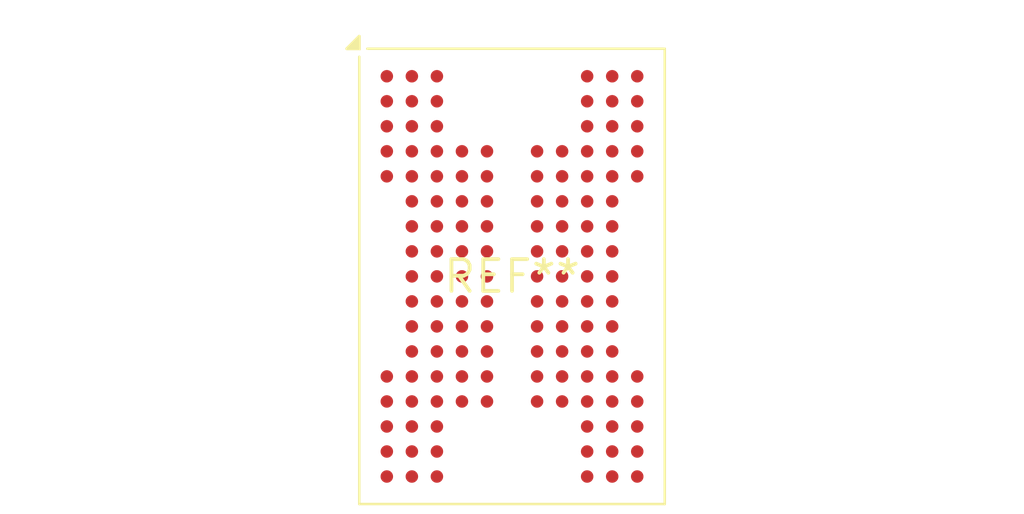
<source format=kicad_pcb>
(kicad_pcb (version 20240108) (generator pcbnew)
  (layers (0 "F.Cu" signal) (31 "B.Cu" signal) (34 "B.Paste" user) (35 "F.Paste" user) (36 "B.SilkS" user "B.Silkscreen") (37 "F.SilkS" user "F.Silkscreen") (38 "B.Mask" user) (39 "F.Mask" user) (44 "Edge.Cuts" user))
  (net 0 "")
  (footprint "BGA-132_12x18mm_Layout11x17_P1.0mm" (layer "F.Cu") (at 0 0)
    (property "Reference" "REF**")
    (property "Value" "BGA-132_12x18mm_Layout11x17_P1.0mm")
    (fp_line (start -6.1 9.1) (end -6.1 -8.78) (layer "F.SilkS") (stroke (width 0.1)))
    (fp_line (start -6.1 9.1) (end 6.1 9.1) (layer "F.SilkS") (stroke (width 0.1)))
    (fp_line (start -5.78 -9.1) (end 6.1 -9.1) (layer "F.SilkS") (stroke (width 0.1)))
    (fp_line (start 6.1 -9.1) (end 6.1 9.1) (layer "F.SilkS") (stroke (width 0.1)))
    (fp_poly (pts (xy -6.1 -9.1) (xy -6.6 -9.1) (xy -6.1 -9.6) (xy -6.1 -9.1)) (layer "F.SilkS") (stroke (width 0.12)) (fill solid))
    (pad "A1" smd circle (at -5 -8) (size 0.5 0.5) (property pad_prop_bga) (layers "F.Cu" "F.Paste" "F.Mask"))
    (pad "A2" smd circle (at -4 -8) (size 0.5 0.5) (property pad_prop_bga) (layers "F.Cu" "F.Paste" "F.Mask"))
    (pad "A3" smd circle (at -3 -8) (size 0.5 0.5) (property pad_prop_bga) (layers "F.Cu" "F.Paste" "F.Mask"))
    (pad "A9" smd circle (at 3 -8) (size 0.5 0.5) (property pad_prop_bga) (layers "F.Cu" "F.Paste" "F.Mask"))
    (pad "A10" smd circle (at 4 -8) (size 0.5 0.5) (property pad_prop_bga) (layers "F.Cu" "F.Paste" "F.Mask"))
    (pad "A11" smd circle (at 5 -8) (size 0.5 0.5) (property pad_prop_bga) (layers "F.Cu" "F.Paste" "F.Mask"))
    (pad "B1" smd circle (at -5 -7) (size 0.5 0.5) (property pad_prop_bga) (layers "F.Cu" "F.Paste" "F.Mask"))
    (pad "B2" smd circle (at -4 -7) (size 0.5 0.5) (property pad_prop_bga) (layers "F.Cu" "F.Paste" "F.Mask"))
    (pad "B3" smd circle (at -3 -7) (size 0.5 0.5) (property pad_prop_bga) (layers "F.Cu" "F.Paste" "F.Mask"))
    (pad "B9" smd circle (at 3 -7) (size 0.5 0.5) (property pad_prop_bga) (layers "F.Cu" "F.Paste" "F.Mask"))
    (pad "B10" smd circle (at 4 -7) (size 0.5 0.5) (property pad_prop_bga) (layers "F.Cu" "F.Paste" "F.Mask"))
    (pad "B11" smd circle (at 5 -7) (size 0.5 0.5) (property pad_prop_bga) (layers "F.Cu" "F.Paste" "F.Mask"))
    (pad "C1" smd circle (at -5 -6) (size 0.5 0.5) (property pad_prop_bga) (layers "F.Cu" "F.Paste" "F.Mask"))
    (pad "C2" smd circle (at -4 -6) (size 0.5 0.5) (property pad_prop_bga) (layers "F.Cu" "F.Paste" "F.Mask"))
    (pad "C3" smd circle (at -3 -6) (size 0.5 0.5) (property pad_prop_bga) (layers "F.Cu" "F.Paste" "F.Mask"))
    (pad "C9" smd circle (at 3 -6) (size 0.5 0.5) (property pad_prop_bga) (layers "F.Cu" "F.Paste" "F.Mask"))
    (pad "C10" smd circle (at 4 -6) (size 0.5 0.5) (property pad_prop_bga) (layers "F.Cu" "F.Paste" "F.Mask"))
    (pad "C11" smd circle (at 5 -6) (size 0.5 0.5) (property pad_prop_bga) (layers "F.Cu" "F.Paste" "F.Mask"))
    (pad "D1" smd circle (at -5 -5) (size 0.5 0.5) (property pad_prop_bga) (layers "F.Cu" "F.Paste" "F.Mask"))
    (pad "D2" smd circle (at -4 -5) (size 0.5 0.5) (property pad_prop_bga) (layers "F.Cu" "F.Paste" "F.Mask"))
    (pad "D3" smd circle (at -3 -5) (size 0.5 0.5) (property pad_prop_bga) (layers "F.Cu" "F.Paste" "F.Mask"))
    (pad "D4" smd circle (at -2 -5) (size 0.5 0.5) (property pad_prop_bga) (layers "F.Cu" "F.Paste" "F.Mask"))
    (pad "D5" smd circle (at -1 -5) (size 0.5 0.5) (property pad_prop_bga) (layers "F.Cu" "F.Paste" "F.Mask"))
    (pad "D7" smd circle (at 1 -5) (size 0.5 0.5) (property pad_prop_bga) (layers "F.Cu" "F.Paste" "F.Mask"))
    (pad "D8" smd circle (at 2 -5) (size 0.5 0.5) (property pad_prop_bga) (layers "F.Cu" "F.Paste" "F.Mask"))
    (pad "D9" smd circle (at 3 -5) (size 0.5 0.5) (property pad_prop_bga) (layers "F.Cu" "F.Paste" "F.Mask"))
    (pad "D10" smd circle (at 4 -5) (size 0.5 0.5) (property pad_prop_bga) (layers "F.Cu" "F.Paste" "F.Mask"))
    (pad "D11" smd circle (at 5 -5) (size 0.5 0.5) (property pad_prop_bga) (layers "F.Cu" "F.Paste" "F.Mask"))
    (pad "E1" smd circle (at -5 -4) (size 0.5 0.5) (property pad_prop_bga) (layers "F.Cu" "F.Paste" "F.Mask"))
    (pad "E2" smd circle (at -4 -4) (size 0.5 0.5) (property pad_prop_bga) (layers "F.Cu" "F.Paste" "F.Mask"))
    (pad "E3" smd circle (at -3 -4) (size 0.5 0.5) (property pad_prop_bga) (layers "F.Cu" "F.Paste" "F.Mask"))
    (pad "E4" smd circle (at -2 -4) (size 0.5 0.5) (property pad_prop_bga) (layers "F.Cu" "F.Paste" "F.Mask"))
    (pad "E5" smd circle (at -1 -4) (size 0.5 0.5) (property pad_prop_bga) (layers "F.Cu" "F.Paste" "F.Mask"))
    (pad "E7" smd circle (at 1 -4) (size 0.5 0.5) (property pad_prop_bga) (layers "F.Cu" "F.Paste" "F.Mask"))
    (pad "E8" smd circle (at 2 -4) (size 0.5 0.5) (property pad_prop_bga) (layers "F.Cu" "F.Paste" "F.Mask"))
    (pad "E9" smd circle (at 3 -4) (size 0.5 0.5) (property pad_prop_bga) (layers "F.Cu" "F.Paste" "F.Mask"))
    (pad "E10" smd circle (at 4 -4) (size 0.5 0.5) (property pad_prop_bga) (layers "F.Cu" "F.Paste" "F.Mask"))
    (pad "E11" smd circle (at 5 -4) (size 0.5 0.5) (property pad_prop_bga) (layers "F.Cu" "F.Paste" "F.Mask"))
    (pad "F2" smd circle (at -4 -3) (size 0.5 0.5) (property pad_prop_bga) (layers "F.Cu" "F.Paste" "F.Mask"))
    (pad "F3" smd circle (at -3 -3) (size 0.5 0.5) (property pad_prop_bga) (layers "F.Cu" "F.Paste" "F.Mask"))
    (pad "F4" smd circle (at -2 -3) (size 0.5 0.5) (property pad_prop_bga) (layers "F.Cu" "F.Paste" "F.Mask"))
    (pad "F5" smd circle (at -1 -3) (size 0.5 0.5) (property pad_prop_bga) (layers "F.Cu" "F.Paste" "F.Mask"))
    (pad "F7" smd circle (at 1 -3) (size 0.5 0.5) (property pad_prop_bga) (layers "F.Cu" "F.Paste" "F.Mask"))
    (pad "F8" smd circle (at 2 -3) (size 0.5 0.5) (property pad_prop_bga) (layers "F.Cu" "F.Paste" "F.Mask"))
    (pad "F9" smd circle (at 3 -3) (size 0.5 0.5) (property pad_prop_bga) (layers "F.Cu" "F.Paste" "F.Mask"))
    (pad "F10" smd circle (at 4 -3) (size 0.5 0.5) (property pad_prop_bga) (layers "F.Cu" "F.Paste" "F.Mask"))
    (pad "G2" smd circle (at -4 -2) (size 0.5 0.5) (property pad_prop_bga) (layers "F.Cu" "F.Paste" "F.Mask"))
    (pad "G3" smd circle (at -3 -2) (size 0.5 0.5) (property pad_prop_bga) (layers "F.Cu" "F.Paste" "F.Mask"))
    (pad "G4" smd circle (at -2 -2) (size 0.5 0.5) (property pad_prop_bga) (layers "F.Cu" "F.Paste" "F.Mask"))
    (pad "G5" smd circle (at -1 -2) (size 0.5 0.5) (property pad_prop_bga) (layers "F.Cu" "F.Paste" "F.Mask"))
    (pad "G7" smd circle (at 1 -2) (size 0.5 0.5) (property pad_prop_bga) (layers "F.Cu" "F.Paste" "F.Mask"))
    (pad "G8" smd circle (at 2 -2) (size 0.5 0.5) (property pad_prop_bga) (layers "F.Cu" "F.Paste" "F.Mask"))
    (pad "G9" smd circle (at 3 -2) (size 0.5 0.5) (property pad_prop_bga) (layers "F.Cu" "F.Paste" "F.Mask"))
    (pad "G10" smd circle (at 4 -2) (size 0.5 0.5) (property pad_prop_bga) (layers "F.Cu" "F.Paste" "F.Mask"))
    (pad "H2" smd circle (at -4 -1) (size 0.5 0.5) (property pad_prop_bga) (layers "F.Cu" "F.Paste" "F.Mask"))
    (pad "H3" smd circle (at -3 -1) (size 0.5 0.5) (property pad_prop_bga) (layers "F.Cu" "F.Paste" "F.Mask"))
    (pad "H4" smd circle (at -2 -1) (size 0.5 0.5) (property pad_prop_bga) (layers "F.Cu" "F.Paste" "F.Mask"))
    (pad "H5" smd circle (at -1 -1) (size 0.5 0.5) (property pad_prop_bga) (layers "F.Cu" "F.Paste" "F.Mask"))
    (pad "H7" smd circle (at 1 -1) (size 0.5 0.5) (property pad_prop_bga) (layers "F.Cu" "F.Paste" "F.Mask"))
    (pad "H8" smd circle (at 2 -1) (size 0.5 0.5) (property pad_prop_bga) (layers "F.Cu" "F.Paste" "F.Mask"))
    (pad "H9" smd circle (at 3 -1) (size 0.5 0.5) (property pad_prop_bga) (layers "F.Cu" "F.Paste" "F.Mask"))
    (pad "H10" smd circle (at 4 -1) (size 0.5 0.5) (property pad_prop_bga) (layers "F.Cu" "F.Paste" "F.Mask"))
    (pad "J2" smd circle (at -4 0) (size 0.5 0.5) (property pad_prop_bga) (layers "F.Cu" "F.Paste" "F.Mask"))
    (pad "J3" smd circle (at -3 0) (size 0.5 0.5) (property pad_prop_bga) (layers "F.Cu" "F.Paste" "F.Mask"))
    (pad "J4" smd circle (at -2 0) (size 0.5 0.5) (property pad_prop_bga) (layers "F.Cu" "F.Paste" "F.Mask"))
    (pad "J5" smd circle (at -1 0) (size 0.5 0.5) (property pad_prop_bga) (layers "F.Cu" "F.Paste" "F.Mask"))
    (pad "J7" smd circle (at 1 0) (size 0.5 0.5) (property pad_prop_bga) (layers "F.Cu" "F.Paste" "F.Mask"))
    (pad "J8" smd circle (at 2 0) (size 0.5 0.5) (property pad_prop_bga) (layers "F.Cu" "F.Paste" "F.Mask"))
    (pad "J9" smd circle (at 3 0) (size 0.5 0.5) (property pad_prop_bga) (layers "F.Cu" "F.Paste" "F.Mask"))
    (pad "J10" smd circle (at 4 0) (size 0.5 0.5) (property pad_prop_bga) (layers "F.Cu" "F.Paste" "F.Mask"))
    (pad "K2" smd circle (at -4 1) (size 0.5 0.5) (property pad_prop_bga) (layers "F.Cu" "F.Paste" "F.Mask"))
    (pad "K3" smd circle (at -3 1) (size 0.5 0.5) (property pad_prop_bga) (layers "F.Cu" "F.Paste" "F.Mask"))
    (pad "K4" smd circle (at -2 1) (size 0.5 0.5) (property pad_prop_bga) (layers "F.Cu" "F.Paste" "F.Mask"))
    (pad "K5" smd circle (at -1 1) (size 0.5 0.5) (property pad_prop_bga) (layers "F.Cu" "F.Paste" "F.Mask"))
    (pad "K7" smd circle (at 1 1) (size 0.5 0.5) (property pad_prop_bga) (layers "F.Cu" "F.Paste" "F.Mask"))
    (pad "K8" smd circle (at 2 1) (size 0.5 0.5) (property pad_prop_bga) (layers "F.Cu" "F.Paste" "F.Mask"))
    (pad "K9" smd circle (at 3 1) (size 0.5 0.5) (property pad_prop_bga) (layers "F.Cu" "F.Paste" "F.Mask"))
    (pad "K10" smd circle (at 4 1) (size 0.5 0.5) (property pad_prop_bga) (layers "F.Cu" "F.Paste" "F.Mask"))
    (pad "L2" smd circle (at -4 2) (size 0.5 0.5) (property pad_prop_bga) (layers "F.Cu" "F.Paste" "F.Mask"))
    (pad "L3" smd circle (at -3 2) (size 0.5 0.5) (property pad_prop_bga) (layers "F.Cu" "F.Paste" "F.Mask"))
    (pad "L4" smd circle (at -2 2) (size 0.5 0.5) (property pad_prop_bga) (layers "F.Cu" "F.Paste" "F.Mask"))
    (pad "L5" smd circle (at -1 2) (size 0.5 0.5) (property pad_prop_bga) (layers "F.Cu" "F.Paste" "F.Mask"))
    (pad "L7" smd circle (at 1 2) (size 0.5 0.5) (property pad_prop_bga) (layers "F.Cu" "F.Paste" "F.Mask"))
    (pad "L8" smd circle (at 2 2) (size 0.5 0.5) (property pad_prop_bga) (layers "F.Cu" "F.Paste" "F.Mask"))
    (pad "L9" smd circle (at 3 2) (size 0.5 0.5) (property pad_prop_bga) (layers "F.Cu" "F.Paste" "F.Mask"))
    (pad "L10" smd circle (at 4 2) (size 0.5 0.5) (property pad_prop_bga) (layers "F.Cu" "F.Paste" "F.Mask"))
    (pad "M2" smd circle (at -4 3) (size 0.5 0.5) (property pad_prop_bga) (layers "F.Cu" "F.Paste" "F.Mask"))
    (pad "M3" smd circle (at -3 3) (size 0.5 0.5) (property pad_prop_bga) (layers "F.Cu" "F.Paste" "F.Mask"))
    (pad "M4" smd circle (at -2 3) (size 0.5 0.5) (property pad_prop_bga) (layers "F.Cu" "F.Paste" "F.Mask"))
    (pad "M5" smd circle (at -1 3) (size 0.5 0.5) (property pad_prop_bga) (layers "F.Cu" "F.Paste" "F.Mask"))
    (pad "M7" smd circle (at 1 3) (size 0.5 0.5) (property pad_prop_bga) (layers "F.Cu" "F.Paste" "F.Mask"))
    (pad "M8" smd circle (at 2 3) (size 0.5 0.5) (property pad_prop_bga) (layers "F.Cu" "F.Paste" "F.Mask"))
    (pad "M9" smd circle (at 3 3) (size 0.5 0.5) (property pad_prop_bga) (layers "F.Cu" "F.Paste" "F.Mask"))
    (pad "M10" smd circle (at 4 3) (size 0.5 0.5) (property pad_prop_bga) (layers "F.Cu" "F.Paste" "F.Mask"))
    (pad "N1" smd circle (at -5 4) (size 0.5 0.5) (property pad_prop_bga) (layers "F.Cu" "F.Paste" "F.Mask"))
    (pad "N2" smd circle (at -4 4) (size 0.5 0.5) (property pad_prop_bga) (layers "F.Cu" "F.Paste" "F.Mask"))
    (pad "N3" smd circle (at -3 4) (size 0.5 0.5) (property pad_prop_bga) (layers "F.Cu" "F.Paste" "F.Mask"))
    (pad "N4" smd circle (at -2 4) (size 0.5 0.5) (property pad_prop_bga) (layers "F.Cu" "F.Paste" "F.Mask"))
    (pad "N5" smd circle (at -1 4) (size 0.5 0.5) (property pad_prop_bga) (layers "F.Cu" "F.Paste" "F.Mask"))
    (pad "N7" smd circle (at 1 4) (size 0.5 0.5) (property pad_prop_bga) (layers "F.Cu" "F.Paste" "F.Mask"))
    (pad "N8" smd circle (at 2 4) (size 0.5 0.5) (property pad_prop_bga) (layers "F.Cu" "F.Paste" "F.Mask"))
    (pad "N9" smd circle (at 3 4) (size 0.5 0.5) (property pad_prop_bga) (layers "F.Cu" "F.Paste" "F.Mask"))
    (pad "N10" smd circle (at 4 4) (size 0.5 0.5) (property pad_prop_bga) (layers "F.Cu" "F.Paste" "F.Mask"))
    (pad "N11" smd circle (at 5 4) (size 0.5 0.5) (property pad_prop_bga) (layers "F.Cu" "F.Paste" "F.Mask"))
    (pad "P1" smd circle (at -5 5) (size 0.5 0.5) (property pad_prop_bga) (layers "F.Cu" "F.Paste" "F.Mask"))
    (pad "P2" smd circle (at -4 5) (size 0.5 0.5) (property pad_prop_bga) (layers "F.Cu" "F.Paste" "F.Mask"))
    (pad "P3" smd circle (at -3 5) (size 0.5 0.5) (property pad_prop_bga) (layers "F.Cu" "F.Paste" "F.Mask"))
    (pad "P4" smd circle (at -2 5) (size 0.5 0.5) (property pad_prop_bga) (layers "F.Cu" "F.Paste" "F.Mask"))
    (pad "P5" smd circle (at -1 5) (size 0.5 0.5) (property pad_prop_bga) (layers "F.Cu" "F.Paste" "F.Mask"))
    (pad "P7" smd circle (at 1 5) (size 0.5 0.5) (property pad_prop_bga) (layers "F.Cu" "F.Paste" "F.Mask"))
    (pad "P8" smd circle (at 2 5) (size 0.5 0.5) (property pad_prop_bga) (layers "F.Cu" "F.Paste" "F.Mask"))
    (pad "P9" smd circle (at 3 5) (size 0.5 0.5) (property pad_prop_bga) (layers "F.Cu" "F.Paste" "F.Mask"))
    (pad "P10" smd circle (at 4 5) (size 0.5 0.5) (property pad_prop_bga) (layers "F.Cu" "F.Paste" "F.Mask"))
    (pad "P11" smd circle (at 5 5) (size 0.5 0.5) (property pad_prop_bga) (layers "F.Cu" "F.Paste" "F.Mask"))
    (pad "R1" smd circle (at -5 6) (size 0.5 0.5) (property pad_prop_bga) (layers "F.Cu" "F.Paste" "F.Mask"))
    (pad "R2" smd circle (at -4 6) (size 0.5 0.5) (property pad_prop_bga) (layers "F.Cu" "F.Paste" "F.Mask"))
    (pad "R3" smd circle (at -3 6) (size 0.5 0.5) (property pad_prop_bga) (layers "F.Cu" "F.Paste" "F.Mask"))
    (pad "R9" smd circle (at 3 6) (size 0.5 0.5) (property pad_prop_bga) (layers "F.Cu" "F.Paste" "F.Mask"))
    (pad "R10" smd circle (at 4 6) (size 0.5 0.5) (property pad_prop_bga) (layers "F.Cu" "F.Paste" "F.Mask"))
    (pad "R11" smd circle (at 5 6) (size 0.5 0.5) (property pad_prop_bga) (layers "F.Cu" "F.Paste" "F.Mask"))
    (pad "T1" smd circle (at -5 7) (size 0.5 0.5) (property pad_prop_bga) (layers "F.Cu" "F.Paste" "F.Mask"))
    (pad "T2" smd circle (at -4 7) (size 0.5 0.5) (property pad_prop_bga) (layers "F.Cu" "F.Paste" "F.Mask"))
    (pad "T3" smd circle (at -3 7) (size 0.5 0.5) (property pad_prop_bga) (layers "F.Cu" "F.Paste" "F.Mask"))
    (pad "T9" smd circle (at 3 7) (size 0.5 0.5) (property pad_prop_bga) (layers "F.Cu" "F.Paste" "F.Mask"))
    (pad "T10" smd circle (at 4 7) (size 0.5 0.5) (property pad_prop_bga) (layers "F.Cu" "F.Paste" "F.Mask"))
    (pad "T11" smd circle (at 5 7) (size 0.5 0.5) (property pad_prop_bga) (layers "F.Cu" "F.Paste" "F.Mask"))
    (pad "U1" smd circle (at -5 8) (size 0.5 0.5) (property pad_prop_bga) (layers "F.Cu" "F.Paste" "F.Mask"))
    (pad "U2" smd circle (at -4 8) (size 0.5 0.5) (property pad_prop_bga) (layers "F.Cu" "F.Paste" "F.Mask"))
    (pad "U3" smd circle (at -3 8) (size 0.5 0.5) (property pad_prop_bga) (layers "F.Cu" "F.Paste" "F.Mask"))
    (pad "U9" smd circle (at 3 8) (size 0.5 0.5) (property pad_prop_bga) (layers "F.Cu" "F.Paste" "F.Mask"))
    (pad "U10" smd circle (at 4 8) (size 0.5 0.5) (property pad_prop_bga) (layers "F.Cu" "F.Paste" "F.Mask"))
    (pad "U11" smd circle (at 5 8) (size 0.5 0.5) (property pad_prop_bga) (layers "F.Cu" "F.Paste" "F.Mask"))
  )
)
</source>
